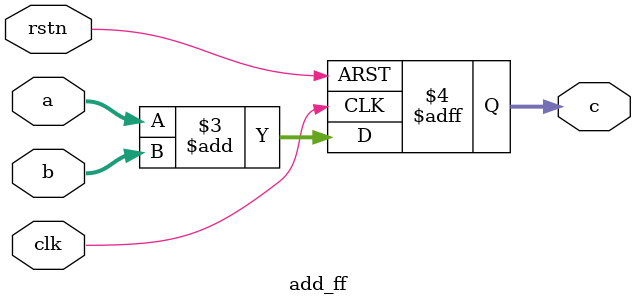
<source format=sv>
module add_ff (clk, rstn, a, b, c);

input logic clk, rstn;
input logic [3:0] a, b;
output logic [3:0] c;

always @(posedge clk or negedge rstn) begin
  if (~rstn) c <= 0;
  else c <= a + b;
end

endmodule

</source>
